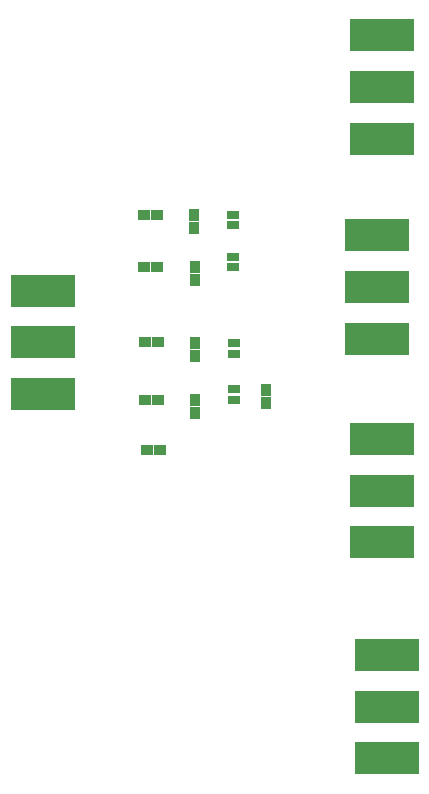
<source format=gts>
G04 #@! TF.FileFunction,Soldermask,Top*
%FSLAX46Y46*%
G04 Gerber Fmt 4.6, Leading zero omitted, Abs format (unit mm)*
G04 Created by KiCad (PCBNEW 4.0.2+dfsg1-stable) date Mo 06 Nov 2017 22:22:18 CET*
%MOMM*%
G01*
G04 APERTURE LIST*
%ADD10C,1.000000*%
%ADD11R,5.480000X2.690000*%
%ADD12R,5.480000X2.820000*%
%ADD13R,1.000000X0.900000*%
%ADD14R,0.900000X1.000000*%
%ADD15R,1.000000X0.800000*%
G04 APERTURE END LIST*
D10*
D11*
X133820000Y-83500000D03*
D12*
X133820000Y-87880000D03*
X133820000Y-79120000D03*
D11*
X133820000Y-117650000D03*
D12*
X133820000Y-122030000D03*
X133820000Y-113270000D03*
D13*
X113950000Y-114200000D03*
X115050000Y-114200000D03*
D14*
X117900000Y-95400000D03*
X117900000Y-94300000D03*
X118000000Y-99850000D03*
X118000000Y-98750000D03*
X118000000Y-106250000D03*
X118000000Y-105150000D03*
X118000000Y-109950000D03*
X118000000Y-111050000D03*
X124000000Y-110250000D03*
X124000000Y-109150000D03*
D13*
X113650000Y-94300000D03*
X114750000Y-94300000D03*
X113650000Y-98700000D03*
X114750000Y-98700000D03*
X113750000Y-105100000D03*
X114850000Y-105100000D03*
X113750000Y-110000000D03*
X114850000Y-110000000D03*
D11*
X105080000Y-105100000D03*
D12*
X105080000Y-100720000D03*
X105080000Y-109480000D03*
D11*
X133370000Y-100400000D03*
D12*
X133370000Y-104780000D03*
X133370000Y-96020000D03*
D11*
X134220000Y-135950000D03*
D12*
X134220000Y-140330000D03*
X134220000Y-131570000D03*
D15*
X121200000Y-94300000D03*
X121200000Y-95200000D03*
X121200000Y-98750000D03*
X121200000Y-97850000D03*
X121300000Y-105150000D03*
X121300000Y-106050000D03*
X121300000Y-109950000D03*
X121300000Y-109050000D03*
M02*

</source>
